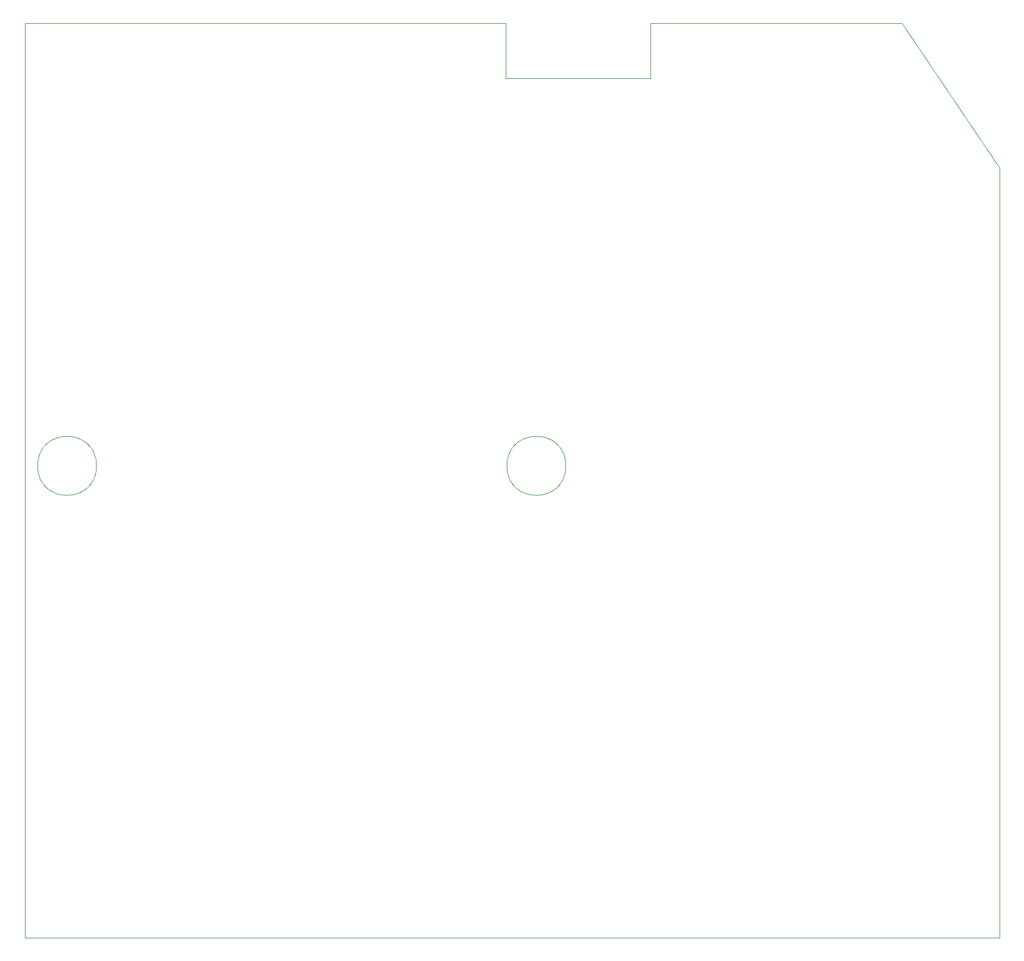
<source format=gbr>
G04 #@! TF.GenerationSoftware,KiCad,Pcbnew,7.0.1*
G04 #@! TF.CreationDate,2023-04-22T18:43:02+03:00*
G04 #@! TF.ProjectId,esp_radio,6573705f-7261-4646-996f-2e6b69636164,rev?*
G04 #@! TF.SameCoordinates,Original*
G04 #@! TF.FileFunction,Paste,Bot*
G04 #@! TF.FilePolarity,Positive*
%FSLAX46Y46*%
G04 Gerber Fmt 4.6, Leading zero omitted, Abs format (unit mm)*
G04 Created by KiCad (PCBNEW 7.0.1) date 2023-04-22 18:43:02*
%MOMM*%
%LPD*%
G01*
G04 APERTURE LIST*
G04 #@! TA.AperFunction,Profile*
%ADD10C,0.100000*%
G04 #@! TD*
G04 APERTURE END LIST*
D10*
X161925000Y-27305000D02*
X183519532Y-27305000D01*
X183519532Y-19050000D01*
X220980000Y-19050000D01*
X235589532Y-40640000D01*
X235589532Y-155575000D01*
X90174532Y-155575000D01*
X90174532Y-19050000D01*
X161925000Y-19050000D01*
X161925000Y-27305000D01*
X170894309Y-85140000D02*
G75*
G03*
X170894309Y-85140000I-4405309J0D01*
G01*
X100894309Y-85140000D02*
G75*
G03*
X100894309Y-85140000I-4405309J0D01*
G01*
M02*

</source>
